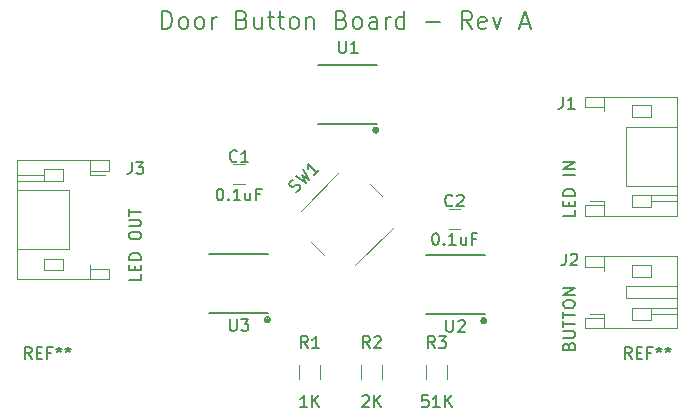
<source format=gbr>
G04 #@! TF.FileFunction,Legend,Top*
%FSLAX46Y46*%
G04 Gerber Fmt 4.6, Leading zero omitted, Abs format (unit mm)*
G04 Created by KiCad (PCBNEW 4.0.6) date 05/22/18 14:15:00*
%MOMM*%
%LPD*%
G01*
G04 APERTURE LIST*
%ADD10C,0.100000*%
%ADD11C,0.150000*%
%ADD12C,0.200000*%
%ADD13C,0.120000*%
%ADD14C,0.203200*%
G04 APERTURE END LIST*
D10*
D11*
X112702381Y-99702381D02*
X112702381Y-100178572D01*
X111702381Y-100178572D01*
X112178571Y-99369048D02*
X112178571Y-99035714D01*
X112702381Y-98892857D02*
X112702381Y-99369048D01*
X111702381Y-99369048D01*
X111702381Y-98892857D01*
X112702381Y-98464286D02*
X111702381Y-98464286D01*
X111702381Y-98226191D01*
X111750000Y-98083333D01*
X111845238Y-97988095D01*
X111940476Y-97940476D01*
X112130952Y-97892857D01*
X112273810Y-97892857D01*
X112464286Y-97940476D01*
X112559524Y-97988095D01*
X112654762Y-98083333D01*
X112702381Y-98226191D01*
X112702381Y-98464286D01*
X111702381Y-96511905D02*
X111702381Y-96321428D01*
X111750000Y-96226190D01*
X111845238Y-96130952D01*
X112035714Y-96083333D01*
X112369048Y-96083333D01*
X112559524Y-96130952D01*
X112654762Y-96226190D01*
X112702381Y-96321428D01*
X112702381Y-96511905D01*
X112654762Y-96607143D01*
X112559524Y-96702381D01*
X112369048Y-96750000D01*
X112035714Y-96750000D01*
X111845238Y-96702381D01*
X111750000Y-96607143D01*
X111702381Y-96511905D01*
X111702381Y-95654762D02*
X112511905Y-95654762D01*
X112607143Y-95607143D01*
X112654762Y-95559524D01*
X112702381Y-95464286D01*
X112702381Y-95273809D01*
X112654762Y-95178571D01*
X112607143Y-95130952D01*
X112511905Y-95083333D01*
X111702381Y-95083333D01*
X111702381Y-94750000D02*
X111702381Y-94178571D01*
X112702381Y-94464286D02*
X111702381Y-94464286D01*
X148928571Y-105761904D02*
X148976190Y-105619047D01*
X149023810Y-105571428D01*
X149119048Y-105523809D01*
X149261905Y-105523809D01*
X149357143Y-105571428D01*
X149404762Y-105619047D01*
X149452381Y-105714285D01*
X149452381Y-106095238D01*
X148452381Y-106095238D01*
X148452381Y-105761904D01*
X148500000Y-105666666D01*
X148547619Y-105619047D01*
X148642857Y-105571428D01*
X148738095Y-105571428D01*
X148833333Y-105619047D01*
X148880952Y-105666666D01*
X148928571Y-105761904D01*
X148928571Y-106095238D01*
X148452381Y-105095238D02*
X149261905Y-105095238D01*
X149357143Y-105047619D01*
X149404762Y-105000000D01*
X149452381Y-104904762D01*
X149452381Y-104714285D01*
X149404762Y-104619047D01*
X149357143Y-104571428D01*
X149261905Y-104523809D01*
X148452381Y-104523809D01*
X148452381Y-104190476D02*
X148452381Y-103619047D01*
X149452381Y-103904762D02*
X148452381Y-103904762D01*
X148452381Y-103428571D02*
X148452381Y-102857142D01*
X149452381Y-103142857D02*
X148452381Y-103142857D01*
X148452381Y-102333333D02*
X148452381Y-102142856D01*
X148500000Y-102047618D01*
X148595238Y-101952380D01*
X148785714Y-101904761D01*
X149119048Y-101904761D01*
X149309524Y-101952380D01*
X149404762Y-102047618D01*
X149452381Y-102142856D01*
X149452381Y-102333333D01*
X149404762Y-102428571D01*
X149309524Y-102523809D01*
X149119048Y-102571428D01*
X148785714Y-102571428D01*
X148595238Y-102523809D01*
X148500000Y-102428571D01*
X148452381Y-102333333D01*
X149452381Y-101476190D02*
X148452381Y-101476190D01*
X149452381Y-100904761D01*
X148452381Y-100904761D01*
X149452381Y-94285714D02*
X149452381Y-94761905D01*
X148452381Y-94761905D01*
X148928571Y-93952381D02*
X148928571Y-93619047D01*
X149452381Y-93476190D02*
X149452381Y-93952381D01*
X148452381Y-93952381D01*
X148452381Y-93476190D01*
X149452381Y-93047619D02*
X148452381Y-93047619D01*
X148452381Y-92809524D01*
X148500000Y-92666666D01*
X148595238Y-92571428D01*
X148690476Y-92523809D01*
X148880952Y-92476190D01*
X149023810Y-92476190D01*
X149214286Y-92523809D01*
X149309524Y-92571428D01*
X149404762Y-92666666D01*
X149452381Y-92809524D01*
X149452381Y-93047619D01*
X149452381Y-91285714D02*
X148452381Y-91285714D01*
X149452381Y-90809524D02*
X148452381Y-90809524D01*
X149452381Y-90238095D01*
X148452381Y-90238095D01*
D12*
X114500001Y-78928571D02*
X114500001Y-77428571D01*
X114857144Y-77428571D01*
X115071429Y-77500000D01*
X115214287Y-77642857D01*
X115285715Y-77785714D01*
X115357144Y-78071429D01*
X115357144Y-78285714D01*
X115285715Y-78571429D01*
X115214287Y-78714286D01*
X115071429Y-78857143D01*
X114857144Y-78928571D01*
X114500001Y-78928571D01*
X116214287Y-78928571D02*
X116071429Y-78857143D01*
X116000001Y-78785714D01*
X115928572Y-78642857D01*
X115928572Y-78214286D01*
X116000001Y-78071429D01*
X116071429Y-78000000D01*
X116214287Y-77928571D01*
X116428572Y-77928571D01*
X116571429Y-78000000D01*
X116642858Y-78071429D01*
X116714287Y-78214286D01*
X116714287Y-78642857D01*
X116642858Y-78785714D01*
X116571429Y-78857143D01*
X116428572Y-78928571D01*
X116214287Y-78928571D01*
X117571430Y-78928571D02*
X117428572Y-78857143D01*
X117357144Y-78785714D01*
X117285715Y-78642857D01*
X117285715Y-78214286D01*
X117357144Y-78071429D01*
X117428572Y-78000000D01*
X117571430Y-77928571D01*
X117785715Y-77928571D01*
X117928572Y-78000000D01*
X118000001Y-78071429D01*
X118071430Y-78214286D01*
X118071430Y-78642857D01*
X118000001Y-78785714D01*
X117928572Y-78857143D01*
X117785715Y-78928571D01*
X117571430Y-78928571D01*
X118714287Y-78928571D02*
X118714287Y-77928571D01*
X118714287Y-78214286D02*
X118785715Y-78071429D01*
X118857144Y-78000000D01*
X119000001Y-77928571D01*
X119142858Y-77928571D01*
X121285715Y-78142857D02*
X121500001Y-78214286D01*
X121571429Y-78285714D01*
X121642858Y-78428571D01*
X121642858Y-78642857D01*
X121571429Y-78785714D01*
X121500001Y-78857143D01*
X121357143Y-78928571D01*
X120785715Y-78928571D01*
X120785715Y-77428571D01*
X121285715Y-77428571D01*
X121428572Y-77500000D01*
X121500001Y-77571429D01*
X121571429Y-77714286D01*
X121571429Y-77857143D01*
X121500001Y-78000000D01*
X121428572Y-78071429D01*
X121285715Y-78142857D01*
X120785715Y-78142857D01*
X122928572Y-77928571D02*
X122928572Y-78928571D01*
X122285715Y-77928571D02*
X122285715Y-78714286D01*
X122357143Y-78857143D01*
X122500001Y-78928571D01*
X122714286Y-78928571D01*
X122857143Y-78857143D01*
X122928572Y-78785714D01*
X123428572Y-77928571D02*
X124000001Y-77928571D01*
X123642858Y-77428571D02*
X123642858Y-78714286D01*
X123714286Y-78857143D01*
X123857144Y-78928571D01*
X124000001Y-78928571D01*
X124285715Y-77928571D02*
X124857144Y-77928571D01*
X124500001Y-77428571D02*
X124500001Y-78714286D01*
X124571429Y-78857143D01*
X124714287Y-78928571D01*
X124857144Y-78928571D01*
X125571430Y-78928571D02*
X125428572Y-78857143D01*
X125357144Y-78785714D01*
X125285715Y-78642857D01*
X125285715Y-78214286D01*
X125357144Y-78071429D01*
X125428572Y-78000000D01*
X125571430Y-77928571D01*
X125785715Y-77928571D01*
X125928572Y-78000000D01*
X126000001Y-78071429D01*
X126071430Y-78214286D01*
X126071430Y-78642857D01*
X126000001Y-78785714D01*
X125928572Y-78857143D01*
X125785715Y-78928571D01*
X125571430Y-78928571D01*
X126714287Y-77928571D02*
X126714287Y-78928571D01*
X126714287Y-78071429D02*
X126785715Y-78000000D01*
X126928573Y-77928571D01*
X127142858Y-77928571D01*
X127285715Y-78000000D01*
X127357144Y-78142857D01*
X127357144Y-78928571D01*
X129714287Y-78142857D02*
X129928573Y-78214286D01*
X130000001Y-78285714D01*
X130071430Y-78428571D01*
X130071430Y-78642857D01*
X130000001Y-78785714D01*
X129928573Y-78857143D01*
X129785715Y-78928571D01*
X129214287Y-78928571D01*
X129214287Y-77428571D01*
X129714287Y-77428571D01*
X129857144Y-77500000D01*
X129928573Y-77571429D01*
X130000001Y-77714286D01*
X130000001Y-77857143D01*
X129928573Y-78000000D01*
X129857144Y-78071429D01*
X129714287Y-78142857D01*
X129214287Y-78142857D01*
X130928573Y-78928571D02*
X130785715Y-78857143D01*
X130714287Y-78785714D01*
X130642858Y-78642857D01*
X130642858Y-78214286D01*
X130714287Y-78071429D01*
X130785715Y-78000000D01*
X130928573Y-77928571D01*
X131142858Y-77928571D01*
X131285715Y-78000000D01*
X131357144Y-78071429D01*
X131428573Y-78214286D01*
X131428573Y-78642857D01*
X131357144Y-78785714D01*
X131285715Y-78857143D01*
X131142858Y-78928571D01*
X130928573Y-78928571D01*
X132714287Y-78928571D02*
X132714287Y-78142857D01*
X132642858Y-78000000D01*
X132500001Y-77928571D01*
X132214287Y-77928571D01*
X132071430Y-78000000D01*
X132714287Y-78857143D02*
X132571430Y-78928571D01*
X132214287Y-78928571D01*
X132071430Y-78857143D01*
X132000001Y-78714286D01*
X132000001Y-78571429D01*
X132071430Y-78428571D01*
X132214287Y-78357143D01*
X132571430Y-78357143D01*
X132714287Y-78285714D01*
X133428573Y-78928571D02*
X133428573Y-77928571D01*
X133428573Y-78214286D02*
X133500001Y-78071429D01*
X133571430Y-78000000D01*
X133714287Y-77928571D01*
X133857144Y-77928571D01*
X135000001Y-78928571D02*
X135000001Y-77428571D01*
X135000001Y-78857143D02*
X134857144Y-78928571D01*
X134571430Y-78928571D01*
X134428572Y-78857143D01*
X134357144Y-78785714D01*
X134285715Y-78642857D01*
X134285715Y-78214286D01*
X134357144Y-78071429D01*
X134428572Y-78000000D01*
X134571430Y-77928571D01*
X134857144Y-77928571D01*
X135000001Y-78000000D01*
X136857144Y-78357143D02*
X138000001Y-78357143D01*
X140714287Y-78928571D02*
X140214287Y-78214286D01*
X139857144Y-78928571D02*
X139857144Y-77428571D01*
X140428572Y-77428571D01*
X140571430Y-77500000D01*
X140642858Y-77571429D01*
X140714287Y-77714286D01*
X140714287Y-77928571D01*
X140642858Y-78071429D01*
X140571430Y-78142857D01*
X140428572Y-78214286D01*
X139857144Y-78214286D01*
X141928572Y-78857143D02*
X141785715Y-78928571D01*
X141500001Y-78928571D01*
X141357144Y-78857143D01*
X141285715Y-78714286D01*
X141285715Y-78142857D01*
X141357144Y-78000000D01*
X141500001Y-77928571D01*
X141785715Y-77928571D01*
X141928572Y-78000000D01*
X142000001Y-78142857D01*
X142000001Y-78285714D01*
X141285715Y-78428571D01*
X142500001Y-77928571D02*
X142857144Y-78928571D01*
X143214286Y-77928571D01*
X144857143Y-78500000D02*
X145571429Y-78500000D01*
X144714286Y-78928571D02*
X145214286Y-77428571D01*
X145714286Y-78928571D01*
D13*
X121500000Y-90400000D02*
X120500000Y-90400000D01*
X120500000Y-92100000D02*
X121500000Y-92100000D01*
X139750000Y-94150000D02*
X138750000Y-94150000D01*
X138750000Y-95850000D02*
X139750000Y-95850000D01*
X158115000Y-92210000D02*
X153765000Y-92210000D01*
X153765000Y-92210000D02*
X153765000Y-87210000D01*
X153765000Y-87210000D02*
X158115000Y-87210000D01*
X151915000Y-93510000D02*
X151915000Y-93860000D01*
X151915000Y-93860000D02*
X150315000Y-93860000D01*
X150315000Y-93860000D02*
X150315000Y-94760000D01*
X150315000Y-94760000D02*
X158115000Y-94760000D01*
X158115000Y-94760000D02*
X158115000Y-84660000D01*
X158115000Y-84660000D02*
X150315000Y-84660000D01*
X150315000Y-84660000D02*
X150315000Y-85560000D01*
X150315000Y-85560000D02*
X151915000Y-85560000D01*
X151915000Y-85560000D02*
X151915000Y-85910000D01*
X151915000Y-94760000D02*
X151915000Y-93860000D01*
X151915000Y-84660000D02*
X151915000Y-85560000D01*
X154265000Y-94010000D02*
X155865000Y-94010000D01*
X155865000Y-94010000D02*
X155865000Y-93010000D01*
X155865000Y-93010000D02*
X154265000Y-93010000D01*
X154265000Y-93010000D02*
X154265000Y-94010000D01*
X154265000Y-85410000D02*
X155865000Y-85410000D01*
X155865000Y-85410000D02*
X155865000Y-86410000D01*
X155865000Y-86410000D02*
X154265000Y-86410000D01*
X154265000Y-86410000D02*
X154265000Y-85410000D01*
X155865000Y-93010000D02*
X158115000Y-93010000D01*
X155865000Y-93510000D02*
X158115000Y-93510000D01*
X151915000Y-93510000D02*
X150715000Y-93510000D01*
X158115000Y-101735000D02*
X153765000Y-101735000D01*
X153765000Y-101735000D02*
X153765000Y-100735000D01*
X153765000Y-100735000D02*
X158115000Y-100735000D01*
X151915000Y-103035000D02*
X151915000Y-103385000D01*
X151915000Y-103385000D02*
X150315000Y-103385000D01*
X150315000Y-103385000D02*
X150315000Y-104285000D01*
X150315000Y-104285000D02*
X158115000Y-104285000D01*
X158115000Y-104285000D02*
X158115000Y-98185000D01*
X158115000Y-98185000D02*
X150315000Y-98185000D01*
X150315000Y-98185000D02*
X150315000Y-99085000D01*
X150315000Y-99085000D02*
X151915000Y-99085000D01*
X151915000Y-99085000D02*
X151915000Y-99435000D01*
X151915000Y-104285000D02*
X151915000Y-103385000D01*
X151915000Y-98185000D02*
X151915000Y-99085000D01*
X154265000Y-103535000D02*
X155865000Y-103535000D01*
X155865000Y-103535000D02*
X155865000Y-102535000D01*
X155865000Y-102535000D02*
X154265000Y-102535000D01*
X154265000Y-102535000D02*
X154265000Y-103535000D01*
X154265000Y-98935000D02*
X155865000Y-98935000D01*
X155865000Y-98935000D02*
X155865000Y-99935000D01*
X155865000Y-99935000D02*
X154265000Y-99935000D01*
X154265000Y-99935000D02*
X154265000Y-98935000D01*
X155865000Y-102535000D02*
X158115000Y-102535000D01*
X155865000Y-103035000D02*
X158115000Y-103035000D01*
X151915000Y-103035000D02*
X150715000Y-103035000D01*
X102235000Y-92575000D02*
X106585000Y-92575000D01*
X106585000Y-92575000D02*
X106585000Y-97575000D01*
X106585000Y-97575000D02*
X102235000Y-97575000D01*
X108435000Y-91275000D02*
X108435000Y-90925000D01*
X108435000Y-90925000D02*
X110035000Y-90925000D01*
X110035000Y-90925000D02*
X110035000Y-90025000D01*
X110035000Y-90025000D02*
X102235000Y-90025000D01*
X102235000Y-90025000D02*
X102235000Y-100125000D01*
X102235000Y-100125000D02*
X110035000Y-100125000D01*
X110035000Y-100125000D02*
X110035000Y-99225000D01*
X110035000Y-99225000D02*
X108435000Y-99225000D01*
X108435000Y-99225000D02*
X108435000Y-98875000D01*
X108435000Y-90025000D02*
X108435000Y-90925000D01*
X108435000Y-100125000D02*
X108435000Y-99225000D01*
X106085000Y-90775000D02*
X104485000Y-90775000D01*
X104485000Y-90775000D02*
X104485000Y-91775000D01*
X104485000Y-91775000D02*
X106085000Y-91775000D01*
X106085000Y-91775000D02*
X106085000Y-90775000D01*
X106085000Y-99375000D02*
X104485000Y-99375000D01*
X104485000Y-99375000D02*
X104485000Y-98375000D01*
X104485000Y-98375000D02*
X106085000Y-98375000D01*
X106085000Y-98375000D02*
X106085000Y-99375000D01*
X104485000Y-91775000D02*
X102235000Y-91775000D01*
X104485000Y-91275000D02*
X102235000Y-91275000D01*
X108435000Y-91275000D02*
X109635000Y-91275000D01*
X127880000Y-107400000D02*
X127880000Y-108600000D01*
X126120000Y-108600000D02*
X126120000Y-107400000D01*
X131370000Y-108600000D02*
X131370000Y-107400000D01*
X133130000Y-107400000D02*
X133130000Y-108600000D01*
X138630000Y-107400000D02*
X138630000Y-108600000D01*
X136870000Y-108600000D02*
X136870000Y-107400000D01*
X130834194Y-98939981D02*
X134016175Y-95758000D01*
X127121883Y-96995437D02*
X128182544Y-98056097D01*
X129419981Y-91161806D02*
X126238000Y-94343786D01*
X133132291Y-93106350D02*
X132071631Y-92045689D01*
D14*
X127675000Y-81955000D02*
X132675000Y-81955000D01*
X127675000Y-86955000D02*
X132675000Y-86955000D01*
D11*
X132816953Y-87503000D02*
G75*
G03X132816953Y-87503000I-228953J0D01*
G01*
X132677803Y-87503000D02*
G75*
G03X132677803Y-87503000I-89803J0D01*
G01*
D14*
X136819000Y-98084000D02*
X141819000Y-98084000D01*
X136819000Y-103084000D02*
X141819000Y-103084000D01*
D11*
X141960953Y-103632000D02*
G75*
G03X141960953Y-103632000I-228953J0D01*
G01*
X141821803Y-103632000D02*
G75*
G03X141821803Y-103632000I-89803J0D01*
G01*
D14*
X118500000Y-98000000D02*
X123500000Y-98000000D01*
X118500000Y-103000000D02*
X123500000Y-103000000D01*
D11*
X123641953Y-103548000D02*
G75*
G03X123641953Y-103548000I-228953J0D01*
G01*
X123502803Y-103548000D02*
G75*
G03X123502803Y-103548000I-89803J0D01*
G01*
X154241667Y-106877381D02*
X153908333Y-106401190D01*
X153670238Y-106877381D02*
X153670238Y-105877381D01*
X154051191Y-105877381D01*
X154146429Y-105925000D01*
X154194048Y-105972619D01*
X154241667Y-106067857D01*
X154241667Y-106210714D01*
X154194048Y-106305952D01*
X154146429Y-106353571D01*
X154051191Y-106401190D01*
X153670238Y-106401190D01*
X154670238Y-106353571D02*
X155003572Y-106353571D01*
X155146429Y-106877381D02*
X154670238Y-106877381D01*
X154670238Y-105877381D01*
X155146429Y-105877381D01*
X155908334Y-106353571D02*
X155575000Y-106353571D01*
X155575000Y-106877381D02*
X155575000Y-105877381D01*
X156051191Y-105877381D01*
X156575000Y-105877381D02*
X156575000Y-106115476D01*
X156336905Y-106020238D02*
X156575000Y-106115476D01*
X156813096Y-106020238D01*
X156432143Y-106305952D02*
X156575000Y-106115476D01*
X156717858Y-106305952D01*
X157336905Y-105877381D02*
X157336905Y-106115476D01*
X157098810Y-106020238D02*
X157336905Y-106115476D01*
X157575001Y-106020238D01*
X157194048Y-106305952D02*
X157336905Y-106115476D01*
X157479763Y-106305952D01*
X103441667Y-106877381D02*
X103108333Y-106401190D01*
X102870238Y-106877381D02*
X102870238Y-105877381D01*
X103251191Y-105877381D01*
X103346429Y-105925000D01*
X103394048Y-105972619D01*
X103441667Y-106067857D01*
X103441667Y-106210714D01*
X103394048Y-106305952D01*
X103346429Y-106353571D01*
X103251191Y-106401190D01*
X102870238Y-106401190D01*
X103870238Y-106353571D02*
X104203572Y-106353571D01*
X104346429Y-106877381D02*
X103870238Y-106877381D01*
X103870238Y-105877381D01*
X104346429Y-105877381D01*
X105108334Y-106353571D02*
X104775000Y-106353571D01*
X104775000Y-106877381D02*
X104775000Y-105877381D01*
X105251191Y-105877381D01*
X105775000Y-105877381D02*
X105775000Y-106115476D01*
X105536905Y-106020238D02*
X105775000Y-106115476D01*
X106013096Y-106020238D01*
X105632143Y-106305952D02*
X105775000Y-106115476D01*
X105917858Y-106305952D01*
X106536905Y-105877381D02*
X106536905Y-106115476D01*
X106298810Y-106020238D02*
X106536905Y-106115476D01*
X106775001Y-106020238D01*
X106394048Y-106305952D02*
X106536905Y-106115476D01*
X106679763Y-106305952D01*
X120833334Y-90107143D02*
X120785715Y-90154762D01*
X120642858Y-90202381D01*
X120547620Y-90202381D01*
X120404762Y-90154762D01*
X120309524Y-90059524D01*
X120261905Y-89964286D01*
X120214286Y-89773810D01*
X120214286Y-89630952D01*
X120261905Y-89440476D01*
X120309524Y-89345238D01*
X120404762Y-89250000D01*
X120547620Y-89202381D01*
X120642858Y-89202381D01*
X120785715Y-89250000D01*
X120833334Y-89297619D01*
X121785715Y-90202381D02*
X121214286Y-90202381D01*
X121500000Y-90202381D02*
X121500000Y-89202381D01*
X121404762Y-89345238D01*
X121309524Y-89440476D01*
X121214286Y-89488095D01*
X119357143Y-92452381D02*
X119452382Y-92452381D01*
X119547620Y-92500000D01*
X119595239Y-92547619D01*
X119642858Y-92642857D01*
X119690477Y-92833333D01*
X119690477Y-93071429D01*
X119642858Y-93261905D01*
X119595239Y-93357143D01*
X119547620Y-93404762D01*
X119452382Y-93452381D01*
X119357143Y-93452381D01*
X119261905Y-93404762D01*
X119214286Y-93357143D01*
X119166667Y-93261905D01*
X119119048Y-93071429D01*
X119119048Y-92833333D01*
X119166667Y-92642857D01*
X119214286Y-92547619D01*
X119261905Y-92500000D01*
X119357143Y-92452381D01*
X120119048Y-93357143D02*
X120166667Y-93404762D01*
X120119048Y-93452381D01*
X120071429Y-93404762D01*
X120119048Y-93357143D01*
X120119048Y-93452381D01*
X121119048Y-93452381D02*
X120547619Y-93452381D01*
X120833333Y-93452381D02*
X120833333Y-92452381D01*
X120738095Y-92595238D01*
X120642857Y-92690476D01*
X120547619Y-92738095D01*
X121976191Y-92785714D02*
X121976191Y-93452381D01*
X121547619Y-92785714D02*
X121547619Y-93309524D01*
X121595238Y-93404762D01*
X121690476Y-93452381D01*
X121833334Y-93452381D01*
X121928572Y-93404762D01*
X121976191Y-93357143D01*
X122785715Y-92928571D02*
X122452381Y-92928571D01*
X122452381Y-93452381D02*
X122452381Y-92452381D01*
X122928572Y-92452381D01*
X139083334Y-93857143D02*
X139035715Y-93904762D01*
X138892858Y-93952381D01*
X138797620Y-93952381D01*
X138654762Y-93904762D01*
X138559524Y-93809524D01*
X138511905Y-93714286D01*
X138464286Y-93523810D01*
X138464286Y-93380952D01*
X138511905Y-93190476D01*
X138559524Y-93095238D01*
X138654762Y-93000000D01*
X138797620Y-92952381D01*
X138892858Y-92952381D01*
X139035715Y-93000000D01*
X139083334Y-93047619D01*
X139464286Y-93047619D02*
X139511905Y-93000000D01*
X139607143Y-92952381D01*
X139845239Y-92952381D01*
X139940477Y-93000000D01*
X139988096Y-93047619D01*
X140035715Y-93142857D01*
X140035715Y-93238095D01*
X139988096Y-93380952D01*
X139416667Y-93952381D01*
X140035715Y-93952381D01*
X137607143Y-96202381D02*
X137702382Y-96202381D01*
X137797620Y-96250000D01*
X137845239Y-96297619D01*
X137892858Y-96392857D01*
X137940477Y-96583333D01*
X137940477Y-96821429D01*
X137892858Y-97011905D01*
X137845239Y-97107143D01*
X137797620Y-97154762D01*
X137702382Y-97202381D01*
X137607143Y-97202381D01*
X137511905Y-97154762D01*
X137464286Y-97107143D01*
X137416667Y-97011905D01*
X137369048Y-96821429D01*
X137369048Y-96583333D01*
X137416667Y-96392857D01*
X137464286Y-96297619D01*
X137511905Y-96250000D01*
X137607143Y-96202381D01*
X138369048Y-97107143D02*
X138416667Y-97154762D01*
X138369048Y-97202381D01*
X138321429Y-97154762D01*
X138369048Y-97107143D01*
X138369048Y-97202381D01*
X139369048Y-97202381D02*
X138797619Y-97202381D01*
X139083333Y-97202381D02*
X139083333Y-96202381D01*
X138988095Y-96345238D01*
X138892857Y-96440476D01*
X138797619Y-96488095D01*
X140226191Y-96535714D02*
X140226191Y-97202381D01*
X139797619Y-96535714D02*
X139797619Y-97059524D01*
X139845238Y-97154762D01*
X139940476Y-97202381D01*
X140083334Y-97202381D01*
X140178572Y-97154762D01*
X140226191Y-97107143D01*
X141035715Y-96678571D02*
X140702381Y-96678571D01*
X140702381Y-97202381D02*
X140702381Y-96202381D01*
X141178572Y-96202381D01*
X148416667Y-84702381D02*
X148416667Y-85416667D01*
X148369047Y-85559524D01*
X148273809Y-85654762D01*
X148130952Y-85702381D01*
X148035714Y-85702381D01*
X149416667Y-85702381D02*
X148845238Y-85702381D01*
X149130952Y-85702381D02*
X149130952Y-84702381D01*
X149035714Y-84845238D01*
X148940476Y-84940476D01*
X148845238Y-84988095D01*
X148666667Y-97952381D02*
X148666667Y-98666667D01*
X148619047Y-98809524D01*
X148523809Y-98904762D01*
X148380952Y-98952381D01*
X148285714Y-98952381D01*
X149095238Y-98047619D02*
X149142857Y-98000000D01*
X149238095Y-97952381D01*
X149476191Y-97952381D01*
X149571429Y-98000000D01*
X149619048Y-98047619D01*
X149666667Y-98142857D01*
X149666667Y-98238095D01*
X149619048Y-98380952D01*
X149047619Y-98952381D01*
X149666667Y-98952381D01*
X111916667Y-90202381D02*
X111916667Y-90916667D01*
X111869047Y-91059524D01*
X111773809Y-91154762D01*
X111630952Y-91202381D01*
X111535714Y-91202381D01*
X112297619Y-90202381D02*
X112916667Y-90202381D01*
X112583333Y-90583333D01*
X112726191Y-90583333D01*
X112821429Y-90630952D01*
X112869048Y-90678571D01*
X112916667Y-90773810D01*
X112916667Y-91011905D01*
X112869048Y-91107143D01*
X112821429Y-91154762D01*
X112726191Y-91202381D01*
X112440476Y-91202381D01*
X112345238Y-91154762D01*
X112297619Y-91107143D01*
X126833334Y-105952381D02*
X126500000Y-105476190D01*
X126261905Y-105952381D02*
X126261905Y-104952381D01*
X126642858Y-104952381D01*
X126738096Y-105000000D01*
X126785715Y-105047619D01*
X126833334Y-105142857D01*
X126833334Y-105285714D01*
X126785715Y-105380952D01*
X126738096Y-105428571D01*
X126642858Y-105476190D01*
X126261905Y-105476190D01*
X127785715Y-105952381D02*
X127214286Y-105952381D01*
X127500000Y-105952381D02*
X127500000Y-104952381D01*
X127404762Y-105095238D01*
X127309524Y-105190476D01*
X127214286Y-105238095D01*
X126785715Y-110952381D02*
X126214286Y-110952381D01*
X126500000Y-110952381D02*
X126500000Y-109952381D01*
X126404762Y-110095238D01*
X126309524Y-110190476D01*
X126214286Y-110238095D01*
X127214286Y-110952381D02*
X127214286Y-109952381D01*
X127785715Y-110952381D02*
X127357143Y-110380952D01*
X127785715Y-109952381D02*
X127214286Y-110523810D01*
X132083334Y-105952381D02*
X131750000Y-105476190D01*
X131511905Y-105952381D02*
X131511905Y-104952381D01*
X131892858Y-104952381D01*
X131988096Y-105000000D01*
X132035715Y-105047619D01*
X132083334Y-105142857D01*
X132083334Y-105285714D01*
X132035715Y-105380952D01*
X131988096Y-105428571D01*
X131892858Y-105476190D01*
X131511905Y-105476190D01*
X132464286Y-105047619D02*
X132511905Y-105000000D01*
X132607143Y-104952381D01*
X132845239Y-104952381D01*
X132940477Y-105000000D01*
X132988096Y-105047619D01*
X133035715Y-105142857D01*
X133035715Y-105238095D01*
X132988096Y-105380952D01*
X132416667Y-105952381D01*
X133035715Y-105952381D01*
X131464286Y-110047619D02*
X131511905Y-110000000D01*
X131607143Y-109952381D01*
X131845239Y-109952381D01*
X131940477Y-110000000D01*
X131988096Y-110047619D01*
X132035715Y-110142857D01*
X132035715Y-110238095D01*
X131988096Y-110380952D01*
X131416667Y-110952381D01*
X132035715Y-110952381D01*
X132464286Y-110952381D02*
X132464286Y-109952381D01*
X133035715Y-110952381D02*
X132607143Y-110380952D01*
X133035715Y-109952381D02*
X132464286Y-110523810D01*
X137583334Y-105952381D02*
X137250000Y-105476190D01*
X137011905Y-105952381D02*
X137011905Y-104952381D01*
X137392858Y-104952381D01*
X137488096Y-105000000D01*
X137535715Y-105047619D01*
X137583334Y-105142857D01*
X137583334Y-105285714D01*
X137535715Y-105380952D01*
X137488096Y-105428571D01*
X137392858Y-105476190D01*
X137011905Y-105476190D01*
X137916667Y-104952381D02*
X138535715Y-104952381D01*
X138202381Y-105333333D01*
X138345239Y-105333333D01*
X138440477Y-105380952D01*
X138488096Y-105428571D01*
X138535715Y-105523810D01*
X138535715Y-105761905D01*
X138488096Y-105857143D01*
X138440477Y-105904762D01*
X138345239Y-105952381D01*
X138059524Y-105952381D01*
X137964286Y-105904762D01*
X137916667Y-105857143D01*
X137011905Y-109952381D02*
X136535714Y-109952381D01*
X136488095Y-110428571D01*
X136535714Y-110380952D01*
X136630952Y-110333333D01*
X136869048Y-110333333D01*
X136964286Y-110380952D01*
X137011905Y-110428571D01*
X137059524Y-110523810D01*
X137059524Y-110761905D01*
X137011905Y-110857143D01*
X136964286Y-110904762D01*
X136869048Y-110952381D01*
X136630952Y-110952381D01*
X136535714Y-110904762D01*
X136488095Y-110857143D01*
X138011905Y-110952381D02*
X137440476Y-110952381D01*
X137726190Y-110952381D02*
X137726190Y-109952381D01*
X137630952Y-110095238D01*
X137535714Y-110190476D01*
X137440476Y-110238095D01*
X138440476Y-110952381D02*
X138440476Y-109952381D01*
X139011905Y-110952381D02*
X138583333Y-110380952D01*
X139011905Y-109952381D02*
X138440476Y-110523810D01*
X125843401Y-92729019D02*
X125978088Y-92661675D01*
X126146447Y-92493316D01*
X126180119Y-92392301D01*
X126180119Y-92324957D01*
X126146447Y-92223942D01*
X126079104Y-92156599D01*
X125978089Y-92122927D01*
X125910745Y-92122927D01*
X125809729Y-92156598D01*
X125641370Y-92257614D01*
X125540355Y-92291286D01*
X125473012Y-92291286D01*
X125371996Y-92257614D01*
X125304653Y-92190271D01*
X125270981Y-92089255D01*
X125270981Y-92021912D01*
X125304653Y-91920897D01*
X125473012Y-91752538D01*
X125607699Y-91685194D01*
X125809729Y-91415820D02*
X126685195Y-91954569D01*
X126314806Y-91314804D01*
X126954569Y-91685194D01*
X126415821Y-90809729D01*
X127762691Y-90877072D02*
X127358630Y-91281133D01*
X127560660Y-91079103D02*
X126853553Y-90371996D01*
X126887225Y-90540355D01*
X126887225Y-90675042D01*
X126853553Y-90776057D01*
X129488095Y-79952381D02*
X129488095Y-80761905D01*
X129535714Y-80857143D01*
X129583333Y-80904762D01*
X129678571Y-80952381D01*
X129869048Y-80952381D01*
X129964286Y-80904762D01*
X130011905Y-80857143D01*
X130059524Y-80761905D01*
X130059524Y-79952381D01*
X131059524Y-80952381D02*
X130488095Y-80952381D01*
X130773809Y-80952381D02*
X130773809Y-79952381D01*
X130678571Y-80095238D01*
X130583333Y-80190476D01*
X130488095Y-80238095D01*
X138557095Y-103592381D02*
X138557095Y-104401905D01*
X138604714Y-104497143D01*
X138652333Y-104544762D01*
X138747571Y-104592381D01*
X138938048Y-104592381D01*
X139033286Y-104544762D01*
X139080905Y-104497143D01*
X139128524Y-104401905D01*
X139128524Y-103592381D01*
X139557095Y-103687619D02*
X139604714Y-103640000D01*
X139699952Y-103592381D01*
X139938048Y-103592381D01*
X140033286Y-103640000D01*
X140080905Y-103687619D01*
X140128524Y-103782857D01*
X140128524Y-103878095D01*
X140080905Y-104020952D01*
X139509476Y-104592381D01*
X140128524Y-104592381D01*
X120238095Y-103508381D02*
X120238095Y-104317905D01*
X120285714Y-104413143D01*
X120333333Y-104460762D01*
X120428571Y-104508381D01*
X120619048Y-104508381D01*
X120714286Y-104460762D01*
X120761905Y-104413143D01*
X120809524Y-104317905D01*
X120809524Y-103508381D01*
X121190476Y-103508381D02*
X121809524Y-103508381D01*
X121476190Y-103889333D01*
X121619048Y-103889333D01*
X121714286Y-103936952D01*
X121761905Y-103984571D01*
X121809524Y-104079810D01*
X121809524Y-104317905D01*
X121761905Y-104413143D01*
X121714286Y-104460762D01*
X121619048Y-104508381D01*
X121333333Y-104508381D01*
X121238095Y-104460762D01*
X121190476Y-104413143D01*
M02*

</source>
